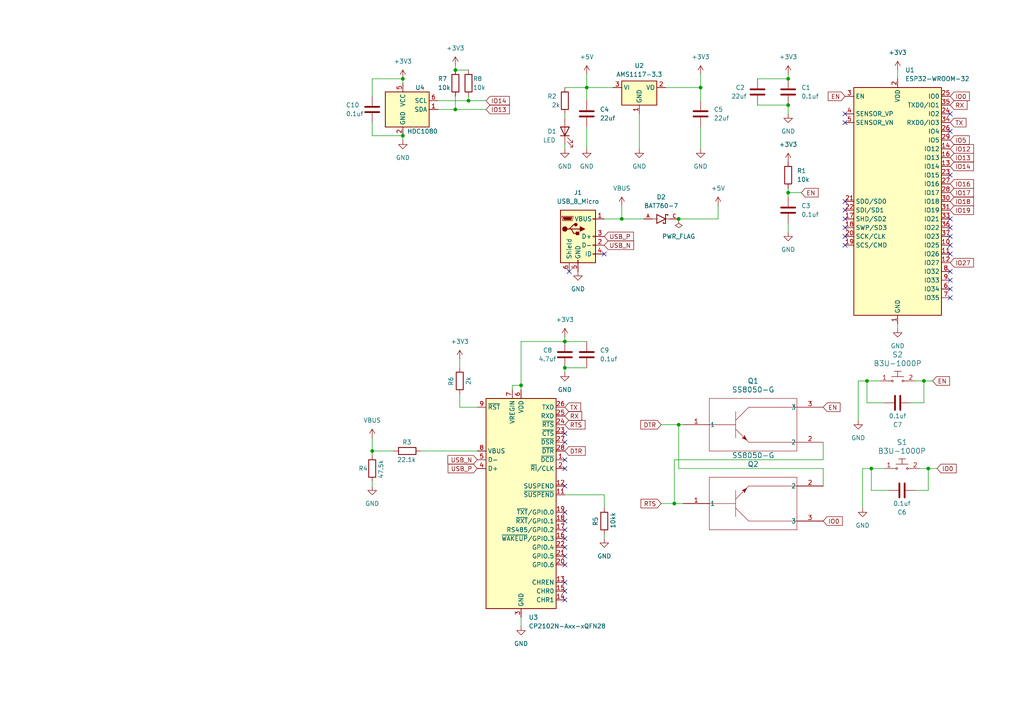
<source format=kicad_sch>
(kicad_sch (version 20230121) (generator eeschema)
  (paper "A4")
  (lib_symbols
    (symbol "2023-11-22_06-58-14:SS8050-G" (pin_names (offset 0.254))
      (property "Reference" "Q" (at 20.32 12.7 0))
      (property "Value" "SS8050-G" (at 20.32 10.16 0))
      (symbol "SS8050-G_0_1"
        (polyline (pts (xy 7.62 -7.62) (xy 33.02 -7.62)) (stroke (width 0.127)))
        (polyline (pts (xy 7.62 0) (xy 15.24 0)) (stroke (width 0.127)))
        (polyline (pts (xy 7.62 7.62) (xy 7.62 -7.62)) (stroke (width 0.127)))
        (polyline (pts (xy 15.24 -1.27) (xy 17.78 -3.81)) (stroke (width 0.127)))
        (polyline (pts (xy 15.24 1.27) (xy 19.05 5.08)) (stroke (width 0.127)))
        (polyline (pts (xy 15.24 3.81) (xy 15.24 -3.81)) (stroke (width 0.127)))
        (polyline (pts (xy 17.145 -3.81) (xy 18.415 -4.445)) (stroke (width 0.127)))
        (polyline (pts (xy 17.78 -3.81) (xy 17.145 -3.81)) (stroke (width 0.127)))
        (polyline (pts (xy 17.78 -3.175) (xy 17.78 -3.81)) (stroke (width 0.127)))
        (polyline (pts (xy 18.415 -4.445) (xy 17.78 -3.175)) (stroke (width 0.127)))
        (polyline (pts (xy 18.415 -4.445) (xy 19.05 -5.08)) (stroke (width 0.127)))
        (polyline (pts (xy 19.05 -5.08) (xy 33.02 -5.08)) (stroke (width 0.127)))
        (polyline (pts (xy 19.05 5.08) (xy 33.02 5.08)) (stroke (width 0.127)))
        (polyline (pts (xy 33.02 -7.62) (xy 33.02 7.62)) (stroke (width 0.127)))
        (polyline (pts (xy 33.02 7.62) (xy 7.62 7.62)) (stroke (width 0.127)))
        (polyline (pts (xy 17.145 -3.81) (xy 17.78 -3.81) (xy 17.78 -3.175) (xy 18.415 -4.445)) (fill (type outline)))
        (pin unspecified line (at 0 0 0) (length 7.62) (name "1") (number "1"))
        (pin unspecified line (at 40.64 -5.08 180) (length 7.62) (name "2") (number "2"))
        (pin unspecified line (at 40.64 5.08 180) (length 7.62) (name "3") (number "3"))
      )
    )
    (symbol "BAT760-7:BAT760-7" (pin_names (offset 1.016))
      (property "Reference" "D" (at -5.08 2.54 0))
      (property "Value" "BAT760-7" (at -5.08 -3.81 0))
      (symbol "BAT760-7_0_0"
        (polyline (pts (xy -2.54 0) (xy -1.27 0)) (stroke (width 0.1524)))
        (polyline (pts (xy -1.27 -1.27) (xy 1.27 0)) (stroke (width 0.254)))
        (polyline (pts (xy -1.27 0) (xy -1.27 -1.27)) (stroke (width 0.254)))
        (polyline (pts (xy -1.27 1.27) (xy -1.27 0)) (stroke (width 0.254)))
        (polyline (pts (xy 0.635 -1.016) (xy 0.635 -1.27)) (stroke (width 0.254)))
        (polyline (pts (xy 1.27 -1.27) (xy 0.635 -1.27)) (stroke (width 0.254)))
        (polyline (pts (xy 1.27 0) (xy -1.27 1.27)) (stroke (width 0.254)))
        (polyline (pts (xy 1.27 0) (xy 1.27 -1.27)) (stroke (width 0.254)))
        (polyline (pts (xy 1.27 1.27) (xy 1.27 0)) (stroke (width 0.254)))
        (polyline (pts (xy 1.905 1.27) (xy 1.27 1.27)) (stroke (width 0.254)))
        (polyline (pts (xy 1.905 1.27) (xy 1.905 1.016)) (stroke (width 0.254)))
        (polyline (pts (xy 2.54 0) (xy 1.27 0)) (stroke (width 0.1524)))
        (pin passive line (at -5.08 0 0) (length 2.54) (name "~") (number "A"))
        (pin passive line (at 5.08 0 180) (length 2.54) (name "~") (number "C"))
      )
    )
    (symbol "Connector:USB_B_Micro" (pin_names (offset 1.016))
      (property "Reference" "J" (at -5.08 11.43 0))
      (property "Value" "USB_B_Micro" (at -5.08 8.89 0))
      (symbol "USB_B_Micro_0_1"
        (rectangle (start -5.08 -7.62) (end 5.08 7.62) (stroke (width 0.254)) (fill (type background)))
        (circle (center -3.81 2.159) (radius 0.635) (stroke (width 0.254)) (fill (type outline)))
        (circle (center -0.635 3.429) (radius 0.381) (stroke (width 0.254)) (fill (type outline)))
        (rectangle (start -0.127 -7.62) (end 0.127 -6.858))
        (polyline (pts (xy -1.905 2.159) (xy 0.635 2.159)) (stroke (width 0.254)))
        (polyline (pts (xy -3.175 2.159) (xy -2.54 2.159) (xy -1.27 3.429) (xy -0.635 3.429)) (stroke (width 0.254)))
        (polyline (pts (xy -2.54 2.159) (xy -1.905 2.159) (xy -1.27 0.889) (xy 0 0.889)) (stroke (width 0.254)))
        (polyline (pts (xy 0.635 2.794) (xy 0.635 1.524) (xy 1.905 2.159) (xy 0.635 2.794)) (stroke (width 0.254)) (fill (type outline)))
        (polyline (pts (xy -4.318 5.588) (xy -1.778 5.588) (xy -2.032 4.826) (xy -4.064 4.826) (xy -4.318 5.588)) (fill (type outline)))
        (polyline (pts (xy -4.699 5.842) (xy -4.699 5.588) (xy -4.445 4.826) (xy -4.445 4.572) (xy -1.651 4.572) (xy -1.651 4.826) (xy -1.397 5.588) (xy -1.397 5.842) (xy -4.699 5.842)))
        (rectangle (start 0.254 1.27) (end -0.508 0.508) (stroke (width 0.254)) (fill (type outline)))
        (rectangle (start 5.08 -5.207) (end 4.318 -4.953))
        (rectangle (start 5.08 -2.667) (end 4.318 -2.413))
        (rectangle (start 5.08 -0.127) (end 4.318 0.127))
        (rectangle (start 5.08 4.953) (end 4.318 5.207))
      )
      (symbol "USB_B_Micro_1_1"
        (pin power_out line (at 7.62 5.08 180) (length 2.54) (name "VBUS") (number "1"))
        (pin bidirectional line (at 7.62 -2.54 180) (length 2.54) (name "D-") (number "2"))
        (pin bidirectional line (at 7.62 0 180) (length 2.54) (name "D+") (number "3"))
        (pin passive line (at 7.62 -5.08 180) (length 2.54) (name "ID") (number "4"))
        (pin power_out line (at 0 -10.16 90) (length 2.54) (name "GND") (number "5"))
        (pin passive line (at -2.54 -10.16 90) (length 2.54) (name "Shield") (number "6"))
      )
    )
    (symbol "Device:C" (pin_numbers hide) (pin_names (offset 0.254))
      (property "Reference" "C" (at 0.635 2.54 0))
      (property "Value" "C" (at 0.635 -2.54 0))
      (symbol "C_0_1"
        (polyline (pts (xy -2.032 -0.762) (xy 2.032 -0.762)) (stroke (width 0.508)))
        (polyline (pts (xy -2.032 0.762) (xy 2.032 0.762)) (stroke (width 0.508)))
      )
      (symbol "C_1_1"
        (pin passive line (at 0 3.81 270) (length 2.794) (name "~") (number "1"))
        (pin passive line (at 0 -3.81 90) (length 2.794) (name "~") (number "2"))
      )
    )
    (symbol "Device:LED" (pin_numbers hide) (pin_names (offset 1.016) hide)
      (property "Reference" "D" (at 0 2.54 0))
      (property "Value" "LED" (at 0 -2.54 0))
      (symbol "LED_0_1"
        (polyline (pts (xy -1.27 -1.27) (xy -1.27 1.27)) (stroke (width 0.254)))
        (polyline (pts (xy -1.27 0) (xy 1.27 0)))
        (polyline (pts (xy 1.27 -1.27) (xy 1.27 1.27) (xy -1.27 0) (xy 1.27 -1.27)) (stroke (width 0.254)))
        (polyline (pts (xy -3.048 -0.762) (xy -4.572 -2.286) (xy -3.81 -2.286) (xy -4.572 -2.286) (xy -4.572 -1.524)))
        (polyline (pts (xy -1.778 -0.762) (xy -3.302 -2.286) (xy -2.54 -2.286) (xy -3.302 -2.286) (xy -3.302 -1.524)))
      )
      (symbol "LED_1_1"
        (pin passive line (at -3.81 0 0) (length 2.54) (name "K") (number "1"))
        (pin passive line (at 3.81 0 180) (length 2.54) (name "A") (number "2"))
      )
    )
    (symbol "Device:R" (pin_numbers hide) (pin_names (offset 0))
      (property "Reference" "R" (at 2.032 0 90))
      (property "Value" "R" (at 0 0 90))
      (symbol "R_0_1"
        (rectangle (start -1.016 -2.54) (end 1.016 2.54) (stroke (width 0.254)))
      )
      (symbol "R_1_1"
        (pin passive line (at 0 3.81 270) (length 1.27) (name "~") (number "1"))
        (pin passive line (at 0 -3.81 90) (length 1.27) (name "~") (number "2"))
      )
    )
    (symbol "Interface_USB:CP2102N-Axx-xQFN28"
      (property "Reference" "U" (at -8.89 31.75 0))
      (property "Value" "CP2102N-Axx-xQFN28" (at 12.7 31.75 0))
      (symbol "CP2102N-Axx-xQFN28_0_1"
        (rectangle (start -10.16 30.48) (end 10.16 -30.48) (stroke (width 0.254)) (fill (type background)))
      )
      (symbol "CP2102N-Axx-xQFN28_1_1"
        (pin input line (at 12.7 12.7 180) (length 2.54) (name "~{DCD}") (number "1"))
        (pin no_connect line (at -10.16 -27.94 0) (length 2.54) hide (name "NC") (number "10"))
        (pin output line (at 12.7 2.54 180) (length 2.54) (name "~{SUSPEND}") (number "11"))
        (pin output line (at 12.7 5.08 180) (length 2.54) (name "SUSPEND") (number "12"))
        (pin output line (at 12.7 -22.86 180) (length 2.54) (name "CHREN") (number "13"))
        (pin output line (at 12.7 -27.94 180) (length 2.54) (name "CHR1") (number "14"))
        (pin output line (at 12.7 -25.4 180) (length 2.54) (name "CHR0") (number "15"))
        (pin bidirectional line (at 12.7 -10.16 180) (length 2.54) (name "~{WAKEUP}/GPIO.3") (number "16"))
        (pin bidirectional line (at 12.7 -7.62 180) (length 2.54) (name "RS485/GPIO.2") (number "17"))
        (pin bidirectional line (at 12.7 -5.08 180) (length 2.54) (name "~{RXT}/GPIO.1") (number "18"))
        (pin bidirectional line (at 12.7 -2.54 180) (length 2.54) (name "~{TXT}/GPIO.0") (number "19"))
        (pin bidirectional line (at 12.7 10.16 180) (length 2.54) (name "~{RI}/CLK") (number "2"))
        (pin bidirectional line (at 12.7 -17.78 180) (length 2.54) (name "GPIO.6") (number "20"))
        (pin bidirectional line (at 12.7 -15.24 180) (length 2.54) (name "GPIO.5") (number "21"))
        (pin bidirectional line (at 12.7 -12.7 180) (length 2.54) (name "GPIO.4") (number "22"))
        (pin input line (at 12.7 20.32 180) (length 2.54) (name "~{CTS}") (number "23"))
        (pin output line (at 12.7 22.86 180) (length 2.54) (name "~{RTS}") (number "24"))
        (pin input line (at 12.7 25.4 180) (length 2.54) (name "RXD") (number "25"))
        (pin output line (at 12.7 27.94 180) (length 2.54) (name "TXD") (number "26"))
        (pin input line (at 12.7 17.78 180) (length 2.54) (name "~{DSR}") (number "27"))
        (pin output line (at 12.7 15.24 180) (length 2.54) (name "~{DTR}") (number "28"))
        (pin passive line (at 0 -33.02 90) (length 2.54) hide (name "GND") (number "29"))
        (pin power_in line (at 0 -33.02 90) (length 2.54) (name "GND") (number "3"))
        (pin bidirectional line (at -12.7 10.16 0) (length 2.54) (name "D+") (number "4"))
        (pin bidirectional line (at -12.7 12.7 0) (length 2.54) (name "D-") (number "5"))
        (pin power_in line (at 0 33.02 270) (length 2.54) (name "VDD") (number "6"))
        (pin power_in line (at -2.54 33.02 270) (length 2.54) (name "VREGIN") (number "7"))
        (pin input line (at -12.7 15.24 0) (length 2.54) (name "VBUS") (number "8"))
        (pin input line (at -12.7 27.94 0) (length 2.54) (name "~{RST}") (number "9"))
      )
    )
    (symbol "RF_Module:ESP32-WROOM-32"
      (property "Reference" "U" (at -12.7 34.29 0))
      (property "Value" "ESP32-WROOM-32" (at 1.27 34.29 0))
      (symbol "ESP32-WROOM-32_0_1"
        (rectangle (start -12.7 33.02) (end 12.7 -33.02) (stroke (width 0.254)) (fill (type background)))
      )
      (symbol "ESP32-WROOM-32_1_1"
        (pin power_in line (at 0 -35.56 90) (length 2.54) (name "GND") (number "1"))
        (pin bidirectional line (at 15.24 -12.7 180) (length 2.54) (name "IO25") (number "10"))
        (pin bidirectional line (at 15.24 -15.24 180) (length 2.54) (name "IO26") (number "11"))
        (pin bidirectional line (at 15.24 -17.78 180) (length 2.54) (name "IO27") (number "12"))
        (pin bidirectional line (at 15.24 10.16 180) (length 2.54) (name "IO14") (number "13"))
        (pin bidirectional line (at 15.24 15.24 180) (length 2.54) (name "IO12") (number "14"))
        (pin passive line (at 0 -35.56 90) (length 2.54) hide (name "GND") (number "15"))
        (pin bidirectional line (at 15.24 12.7 180) (length 2.54) (name "IO13") (number "16"))
        (pin bidirectional line (at -15.24 -5.08 0) (length 2.54) (name "SHD/SD2") (number "17"))
        (pin bidirectional line (at -15.24 -7.62 0) (length 2.54) (name "SWP/SD3") (number "18"))
        (pin bidirectional line (at -15.24 -12.7 0) (length 2.54) (name "SCS/CMD") (number "19"))
        (pin power_in line (at 0 35.56 270) (length 2.54) (name "VDD") (number "2"))
        (pin bidirectional line (at -15.24 -10.16 0) (length 2.54) (name "SCK/CLK") (number "20"))
        (pin bidirectional line (at -15.24 0 0) (length 2.54) (name "SDO/SD0") (number "21"))
        (pin bidirectional line (at -15.24 -2.54 0) (length 2.54) (name "SDI/SD1") (number "22"))
        (pin bidirectional line (at 15.24 7.62 180) (length 2.54) (name "IO15") (number "23"))
        (pin bidirectional line (at 15.24 25.4 180) (length 2.54) (name "IO2") (number "24"))
        (pin bidirectional line (at 15.24 30.48 180) (length 2.54) (name "IO0") (number "25"))
        (pin bidirectional line (at 15.24 20.32 180) (length 2.54) (name "IO4") (number "26"))
        (pin bidirectional line (at 15.24 5.08 180) (length 2.54) (name "IO16") (number "27"))
        (pin bidirectional line (at 15.24 2.54 180) (length 2.54) (name "IO17") (number "28"))
        (pin bidirectional line (at 15.24 17.78 180) (length 2.54) (name "IO5") (number "29"))
        (pin input line (at -15.24 30.48 0) (length 2.54) (name "EN") (number "3"))
        (pin bidirectional line (at 15.24 0 180) (length 2.54) (name "IO18") (number "30"))
        (pin bidirectional line (at 15.24 -2.54 180) (length 2.54) (name "IO19") (number "31"))
        (pin no_connect line (at -12.7 -27.94 0) (length 2.54) hide (name "NC") (number "32"))
        (pin bidirectional line (at 15.24 -5.08 180) (length 2.54) (name "IO21") (number "33"))
        (pin bidirectional line (at 15.24 22.86 180) (length 2.54) (name "RXD0/IO3") (number "34"))
        (pin bidirectional line (at 15.24 27.94 180) (length 2.54) (name "TXD0/IO1") (number "35"))
        (pin bidirectional line (at 15.24 -7.62 180) (length 2.54) (name "IO22") (number "36"))
        (pin bidirectional line (at 15.24 -10.16 180) (length 2.54) (name "IO23") (number "37"))
        (pin passive line (at 0 -35.56 90) (length 2.54) hide (name "GND") (number "38"))
        (pin passive line (at 0 -35.56 90) (length 2.54) hide (name "GND") (number "39"))
        (pin input line (at -15.24 25.4 0) (length 2.54) (name "SENSOR_VP") (number "4"))
        (pin input line (at -15.24 22.86 0) (length 2.54) (name "SENSOR_VN") (number "5"))
        (pin input line (at 15.24 -25.4 180) (length 2.54) (name "IO34") (number "6"))
        (pin input line (at 15.24 -27.94 180) (length 2.54) (name "IO35") (number "7"))
        (pin bidirectional line (at 15.24 -20.32 180) (length 2.54) (name "IO32") (number "8"))
        (pin bidirectional line (at 15.24 -22.86 180) (length 2.54) (name "IO33") (number "9"))
      )
    )
    (symbol "Regulator_Linear:AMS1117-3.3"
      (property "Reference" "U" (at -3.81 3.175 0))
      (property "Value" "AMS1117-3.3" (at 0 3.175 0))
      (symbol "AMS1117-3.3_0_1"
        (rectangle (start -5.08 -5.08) (end 5.08 1.905) (stroke (width 0.254)) (fill (type background)))
      )
      (symbol "AMS1117-3.3_1_1"
        (pin power_in line (at 0 -7.62 90) (length 2.54) (name "GND") (number "1"))
        (pin power_out line (at 7.62 0 180) (length 2.54) (name "VO") (number "2"))
        (pin power_in line (at -7.62 0 0) (length 2.54) (name "VI") (number "3"))
      )
    )
    (symbol "Sensor_Humidity:HDC1080"
      (property "Reference" "U" (at -6.35 6.35 0))
      (property "Value" "HDC1080" (at 3.81 6.35 0))
      (symbol "HDC1080_0_1"
        (rectangle (start -7.62 5.08) (end 5.08 -5.08) (stroke (width 0.254)) (fill (type background)))
      )
      (symbol "HDC1080_1_1"
        (pin bidirectional line (at 7.62 0 180) (length 2.54) (name "SDA") (number "1"))
        (pin power_in line (at -2.54 -7.62 90) (length 2.54) (name "GND") (number "2"))
        (pin no_connect line (at -7.62 0 0) (length 2.54) hide (name "NC") (number "3"))
        (pin no_connect line (at -7.62 -2.54 0) (length 2.54) hide (name "NC") (number "4"))
        (pin power_in line (at -2.54 7.62 270) (length 2.54) (name "VCC") (number "5"))
        (pin input line (at 7.62 2.54 180) (length 2.54) (name "SCL") (number "6"))
        (pin no_connect line (at -7.62 2.54 0) (length 2.54) hide (name "DAP") (number "7"))
      )
    )
    (symbol "dk_Tactile-Switches:B3U-1000P" (pin_names (offset 1.016))
      (property "Reference" "S" (at 0 4.064 0))
      (property "Value" "B3U-1000P" (at 0 -2.54 0))
      (symbol "B3U-1000P_0_1"
        (circle (center -1.524 0) (radius 0.254))
        (polyline (pts (xy -2.54 0) (xy -1.778 0)))
        (polyline (pts (xy -1.778 1.27) (xy 1.778 1.27)))
        (polyline (pts (xy -1.016 2.794) (xy 1.016 2.794)))
        (polyline (pts (xy 0 1.27) (xy 0 2.794)))
        (polyline (pts (xy 2.54 0) (xy 1.778 0)))
        (circle (center 1.524 0) (radius 0.254))
      )
      (symbol "B3U-1000P_1_1"
        (pin passive line (at -5.08 0 0) (length 2.54) (name "~") (number "1"))
        (pin passive line (at 5.08 0 180) (length 2.54) (name "~") (number "2"))
      )
    )
    (symbol "power:+3V3" (power) (pin_names (offset 0))
      (property "Value" "+3V3" (at 0 3.556 0))
      (symbol "+3V3_0_1"
        (polyline (pts (xy -0.762 1.27) (xy 0 2.54)))
        (polyline (pts (xy 0 0) (xy 0 2.54)))
        (polyline (pts (xy 0 2.54) (xy 0.762 1.27)))
      )
      (symbol "+3V3_1_1"
        (pin power_in line (at 0 0 90) (length 0) hide (name "+3V3") (number "1"))
      )
    )
    (symbol "power:+5V" (power) (pin_names (offset 0))
      (property "Value" "+5V" (at 0 3.556 0))
      (symbol "+5V_0_1"
        (polyline (pts (xy -0.762 1.27) (xy 0 2.54)))
        (polyline (pts (xy 0 0) (xy 0 2.54)))
        (polyline (pts (xy 0 2.54) (xy 0.762 1.27)))
      )
      (symbol "+5V_1_1"
        (pin power_in line (at 0 0 90) (length 0) hide (name "+5V") (number "1"))
      )
    )
    (symbol "power:GND" (power) (pin_names (offset 0))
      (property "Value" "GND" (at 0 -3.81 0))
      (symbol "GND_0_1"
        (polyline (pts (xy 0 0) (xy 0 -1.27) (xy 1.27 -1.27) (xy 0 -2.54) (xy -1.27 -1.27) (xy 0 -1.27)))
      )
      (symbol "GND_1_1"
        (pin power_in line (at 0 0 270) (length 0) hide (name "GND") (number "1"))
      )
    )
    (symbol "power:PWR_FLAG" (power) (pin_numbers hide) (pin_names (offset 0) hide)
      (property "Value" "PWR_FLAG" (at 0 3.81 0))
      (symbol "PWR_FLAG_0_0"
        (pin power_out line (at 0 0 90) (length 0) (name "pwr") (number "1"))
      )
      (symbol "PWR_FLAG_0_1"
        (polyline (pts (xy 0 0) (xy 0 1.27) (xy -1.016 1.905) (xy 0 2.54) (xy 1.016 1.905) (xy 0 1.27)))
      )
    )
    (symbol "power:VBUS" (power) (pin_names (offset 0))
      (property "Value" "VBUS" (at 0 3.81 0))
      (symbol "VBUS_0_1"
        (polyline (pts (xy -0.762 1.27) (xy 0 2.54)))
        (polyline (pts (xy 0 0) (xy 0 2.54)))
        (polyline (pts (xy 0 2.54) (xy 0.762 1.27)))
      )
      (symbol "VBUS_1_1"
        (pin power_in line (at 0 0 90) (length 0) hide (name "VBUS") (number "1"))
      )
    )
  )
  (junction (at 228.6 55.88))
  (junction (at 116.84 39.37))
  (junction (at 267.97 110.49))
  (junction (at 252.73 135.89))
  (junction (at 116.84 22.86))
  (junction (at 163.83 99.06))
  (junction (at 180.34 63.5))
  (junction (at 132.08 31.75))
  (junction (at 269.24 135.89))
  (junction (at 251.46 110.49))
  (junction (at 151.13 111.76))
  (junction (at 107.95 130.81))
  (junction (at 196.85 63.5))
  (junction (at 203.2 25.4))
  (junction (at 196.85 123.19))
  (junction (at 195.58 146.05))
  (junction (at 228.6 30.48))
  (junction (at 135.89 29.21))
  (junction (at 170.18 25.4))
  (junction (at 228.6 22.86))
  (junction (at 132.08 20.32))
  (junction (at 163.83 106.68))
  (no_connect (at 245.11 58.42))
  (no_connect (at 245.11 35.56))
  (no_connect (at 275.59 38.1))
  (no_connect (at 163.83 161.29))
  (no_connect (at 163.83 168.91))
  (no_connect (at 163.83 163.83))
  (no_connect (at 275.59 71.12))
  (no_connect (at 245.11 33.02))
  (no_connect (at 175.26 73.66))
  (no_connect (at 245.11 60.96))
  (no_connect (at 163.83 125.73))
  (no_connect (at 163.83 171.45))
  (no_connect (at 245.11 68.58))
  (no_connect (at 275.59 83.82))
  (no_connect (at 163.83 135.89))
  (no_connect (at 275.59 50.8))
  (no_connect (at 163.83 148.59))
  (no_connect (at 163.83 153.67))
  (no_connect (at 245.11 66.04))
  (no_connect (at 275.59 33.02))
  (no_connect (at 275.59 66.04))
  (no_connect (at 165.1 78.74))
  (no_connect (at 163.83 133.35))
  (no_connect (at 163.83 173.99))
  (no_connect (at 163.83 156.21))
  (no_connect (at 275.59 78.74))
  (no_connect (at 275.59 68.58))
  (no_connect (at 245.11 71.12))
  (no_connect (at 275.59 86.36))
  (no_connect (at 275.59 63.5))
  (no_connect (at 275.59 73.66))
  (no_connect (at 163.83 158.75))
  (no_connect (at 163.83 128.27))
  (no_connect (at 245.11 63.5))
  (no_connect (at 163.83 151.13))
  (no_connect (at 275.59 81.28))
  (no_connect (at 163.83 140.97))
  (wire (pts (xy 121.92 130.81) (xy 138.43 130.81)))
  (wire (pts (xy 203.2 25.4) (xy 203.2 29.21)))
  (wire (pts (xy 251.46 110.49) (xy 248.92 110.49)))
  (wire (pts (xy 135.89 29.21) (xy 127 29.21)))
  (wire (pts (xy 177.8 25.4) (xy 170.18 25.4)))
  (wire (pts (xy 107.95 130.81) (xy 114.3 130.81)))
  (wire (pts (xy 175.26 63.5) (xy 180.34 63.5)))
  (wire (pts (xy 196.85 63.5) (xy 208.28 63.5)))
  (wire (pts (xy 170.18 36.83) (xy 170.18 43.18)))
  (wire (pts (xy 228.6 21.59) (xy 228.6 22.86)))
  (wire (pts (xy 135.89 27.94) (xy 135.89 29.21)))
  (wire (pts (xy 170.18 21.59) (xy 170.18 25.4)))
  (wire (pts (xy 260.35 20.32) (xy 260.35 22.86)))
  (wire (pts (xy 203.2 36.83) (xy 203.2 43.18)))
  (wire (pts (xy 185.42 33.02) (xy 185.42 43.18)))
  (wire (pts (xy 116.84 39.37) (xy 107.95 39.37)))
  (wire (pts (xy 132.08 19.05) (xy 132.08 20.32)))
  (wire (pts (xy 252.73 135.89) (xy 256.54 135.89)))
  (wire (pts (xy 228.6 54.61) (xy 228.6 55.88)))
  (wire (pts (xy 191.77 146.05) (xy 195.58 146.05)))
  (wire (pts (xy 163.83 34.29) (xy 163.83 33.02)))
  (wire (pts (xy 170.18 25.4) (xy 170.18 29.21)))
  (wire (pts (xy 132.08 31.75) (xy 127 31.75)))
  (wire (pts (xy 219.71 22.86) (xy 228.6 22.86)))
  (wire (pts (xy 163.83 43.18) (xy 163.83 41.91)))
  (wire (pts (xy 148.59 111.76) (xy 151.13 111.76)))
  (wire (pts (xy 238.76 128.27) (xy 238.76 133.35)))
  (wire (pts (xy 163.83 99.06) (xy 151.13 99.06)))
  (wire (pts (xy 132.08 27.94) (xy 132.08 31.75)))
  (wire (pts (xy 107.95 27.94) (xy 107.95 22.86)))
  (wire (pts (xy 238.76 135.89) (xy 238.76 140.97)))
  (wire (pts (xy 208.28 63.5) (xy 208.28 59.69)))
  (wire (pts (xy 266.7 135.89) (xy 269.24 135.89)))
  (wire (pts (xy 133.35 104.14) (xy 133.35 106.68)))
  (wire (pts (xy 170.18 25.4) (xy 163.83 25.4)))
  (wire (pts (xy 195.58 146.05) (xy 198.12 146.05)))
  (wire (pts (xy 175.26 154.94) (xy 175.26 156.21)))
  (wire (pts (xy 251.46 110.49) (xy 255.27 110.49)))
  (wire (pts (xy 116.84 22.86) (xy 116.84 24.13)))
  (wire (pts (xy 228.6 55.88) (xy 228.6 57.15)))
  (wire (pts (xy 191.77 123.19) (xy 196.85 123.19)))
  (wire (pts (xy 195.58 133.35) (xy 238.76 133.35)))
  (wire (pts (xy 265.43 110.49) (xy 267.97 110.49)))
  (wire (pts (xy 140.97 31.75) (xy 132.08 31.75)))
  (wire (pts (xy 180.34 63.5) (xy 186.69 63.5)))
  (wire (pts (xy 193.04 25.4) (xy 203.2 25.4)))
  (wire (pts (xy 250.19 135.89) (xy 250.19 147.32)))
  (wire (pts (xy 267.97 110.49) (xy 267.97 116.84)))
  (wire (pts (xy 195.58 146.05) (xy 195.58 133.35)))
  (wire (pts (xy 107.95 39.37) (xy 107.95 35.56)))
  (wire (pts (xy 180.34 59.69) (xy 180.34 63.5)))
  (wire (pts (xy 269.24 142.24) (xy 265.43 142.24)))
  (wire (pts (xy 252.73 142.24) (xy 252.73 135.89)))
  (wire (pts (xy 133.35 118.11) (xy 138.43 118.11)))
  (wire (pts (xy 163.83 106.68) (xy 170.18 106.68)))
  (wire (pts (xy 248.92 110.49) (xy 248.92 121.92)))
  (wire (pts (xy 196.85 123.19) (xy 196.85 135.89)))
  (wire (pts (xy 107.95 127) (xy 107.95 130.81)))
  (wire (pts (xy 219.71 30.48) (xy 228.6 30.48)))
  (wire (pts (xy 228.6 64.77) (xy 228.6 67.31)))
  (wire (pts (xy 116.84 39.37) (xy 116.84 40.64)))
  (wire (pts (xy 260.35 93.98) (xy 260.35 95.25)))
  (wire (pts (xy 148.59 111.76) (xy 148.59 113.03)))
  (wire (pts (xy 228.6 55.88) (xy 232.41 55.88)))
  (wire (pts (xy 151.13 111.76) (xy 151.13 113.03)))
  (wire (pts (xy 151.13 179.07) (xy 151.13 181.61)))
  (wire (pts (xy 163.83 99.06) (xy 170.18 99.06)))
  (wire (pts (xy 256.54 116.84) (xy 251.46 116.84)))
  (wire (pts (xy 269.24 135.89) (xy 269.24 142.24)))
  (wire (pts (xy 203.2 21.59) (xy 203.2 25.4)))
  (wire (pts (xy 251.46 116.84) (xy 251.46 110.49)))
  (wire (pts (xy 163.83 97.79) (xy 163.83 99.06)))
  (wire (pts (xy 269.24 135.89) (xy 271.78 135.89)))
  (wire (pts (xy 107.95 22.86) (xy 116.84 22.86)))
  (wire (pts (xy 151.13 99.06) (xy 151.13 111.76)))
  (wire (pts (xy 132.08 20.32) (xy 135.89 20.32)))
  (wire (pts (xy 107.95 139.7) (xy 107.95 140.97)))
  (wire (pts (xy 175.26 143.51) (xy 175.26 147.32)))
  (wire (pts (xy 257.81 142.24) (xy 252.73 142.24)))
  (wire (pts (xy 163.83 106.68) (xy 163.83 107.95)))
  (wire (pts (xy 107.95 130.81) (xy 107.95 132.08)))
  (wire (pts (xy 140.97 29.21) (xy 135.89 29.21)))
  (wire (pts (xy 196.85 135.89) (xy 238.76 135.89)))
  (wire (pts (xy 196.85 123.19) (xy 198.12 123.19)))
  (wire (pts (xy 228.6 30.48) (xy 228.6 33.02)))
  (wire (pts (xy 267.97 110.49) (xy 270.51 110.49)))
  (wire (pts (xy 163.83 143.51) (xy 175.26 143.51)))
  (wire (pts (xy 267.97 116.84) (xy 264.16 116.84)))
  (wire (pts (xy 252.73 135.89) (xy 250.19 135.89)))
  (wire (pts (xy 133.35 114.3) (xy 133.35 118.11)))
  (global_label "RX" (shape input) (at 163.83 120.65 0) (property "Intersheetrefs" "${INTERSHEET_REFS}" (effects hide)))
  (global_label "USB_N" (shape input) (at 175.26 71.12 0) (property "Intersheetrefs" "${INTERSHEET_REFS}" (effects hide)))
  (global_label "IO0" (shape input) (at 275.59 27.94 0) (property "Intersheetrefs" "${INTERSHEET_REFS}" (effects hide)))
  (global_label "EN" (shape input) (at 270.51 110.49 0) (property "Intersheetrefs" "${INTERSHEET_REFS}" (effects hide)))
  (global_label "IO18" (shape input) (at 275.59 58.42 0) (property "Intersheetrefs" "${INTERSHEET_REFS}" (effects hide)))
  (global_label "IO0" (shape input) (at 238.76 151.13 0) (property "Intersheetrefs" "${INTERSHEET_REFS}" (effects hide)))
  (global_label "IO17" (shape input) (at 275.59 55.88 0) (property "Intersheetrefs" "${INTERSHEET_REFS}" (effects hide)))
  (global_label "DTR" (shape input) (at 163.83 130.81 0) (property "Intersheetrefs" "${INTERSHEET_REFS}" (effects hide)))
  (global_label "IO14" (shape input) (at 140.97 29.21 0) (property "Intersheetrefs" "${INTERSHEET_REFS}" (effects hide)))
  (global_label "IO5" (shape input) (at 275.59 40.64 0) (property "Intersheetrefs" "${INTERSHEET_REFS}" (effects hide)))
  (global_label "TX" (shape input) (at 163.83 118.11 0) (property "Intersheetrefs" "${INTERSHEET_REFS}" (effects hide)))
  (global_label "IO13" (shape input) (at 140.97 31.75 0) (property "Intersheetrefs" "${INTERSHEET_REFS}" (effects hide)))
  (global_label "IO27" (shape input) (at 275.59 76.2 0) (property "Intersheetrefs" "${INTERSHEET_REFS}" (effects hide)))
  (global_label "USB_P" (shape input) (at 138.43 135.89 180) (property "Intersheetrefs" "${INTERSHEET_REFS}" (effects hide)))
  (global_label "IO12" (shape input) (at 275.59 43.18 0) (property "Intersheetrefs" "${INTERSHEET_REFS}" (effects hide)))
  (global_label "IO16" (shape input) (at 275.59 53.34 0) (property "Intersheetrefs" "${INTERSHEET_REFS}" (effects hide)))
  (global_label "RX" (shape input) (at 275.59 30.48 0) (property "Intersheetrefs" "${INTERSHEET_REFS}" (effects hide)))
  (global_label "EN" (shape input) (at 238.76 118.11 0) (property "Intersheetrefs" "${INTERSHEET_REFS}" (effects hide)))
  (global_label "RTS" (shape input) (at 191.77 146.05 180) (property "Intersheetrefs" "${INTERSHEET_REFS}" (effects hide)))
  (global_label "TX" (shape input) (at 275.59 35.56 0) (property "Intersheetrefs" "${INTERSHEET_REFS}" (effects hide)))
  (global_label "IO13" (shape input) (at 275.59 45.72 0) (property "Intersheetrefs" "${INTERSHEET_REFS}" (effects hide)))
  (global_label "RTS" (shape input) (at 163.83 123.19 0) (property "Intersheetrefs" "${INTERSHEET_REFS}" (effects hide)))
  (global_label "IO14" (shape input) (at 275.59 48.26 0) (property "Intersheetrefs" "${INTERSHEET_REFS}" (effects hide)))
  (global_label "DTR" (shape input) (at 191.77 123.19 180) (property "Intersheetrefs" "${INTERSHEET_REFS}" (effects hide)))
  (global_label "EN" (shape input) (at 232.41 55.88 0) (property "Intersheetrefs" "${INTERSHEET_REFS}" (effects hide)))
  (global_label "IO19" (shape input) (at 275.59 60.96 0) (property "Intersheetrefs" "${INTERSHEET_REFS}" (effects hide)))
  (global_label "USB_N" (shape input) (at 138.43 133.35 180) (property "Intersheetrefs" "${INTERSHEET_REFS}" (effects hide)))
  (global_label "IO0" (shape input) (at 271.78 135.89 0) (property "Intersheetrefs" "${INTERSHEET_REFS}" (effects hide)))
  (global_label "EN" (shape input) (at 245.11 27.94 180) (property "Intersheetrefs" "${INTERSHEET_REFS}" (effects hide)))
  (global_label "USB_P" (shape input) (at 175.26 68.58 0) (property "Intersheetrefs" "${INTERSHEET_REFS}" (effects hide)))
  (symbol (lib_id "power:+3V3") (at 203.2 21.59 0) (unit 1)
    (property "Reference" "#PWR011" (effects hide))
    (property "Value" "+3V3" (at 203.2 16.51 0))
  )
  (symbol (lib_id "Device:R") (at 228.6 50.8 0) (unit 1)
    (property "Reference" "R1" (at 231.14 49.53 0) (effects (justify left)))
    (property "Value" "10k" (at 231.14 52.07 0) (effects (justify left)))
    (property "Footprint" "Resistor_SMD:R_0402_1005Metric" (effects hide))
  )
  (symbol (lib_id "Device:C") (at 261.62 142.24 90) (unit 1)
    (property "Reference" "C6" (at 261.62 148.59 90))
    (property "Value" "0.1uf" (at 261.62 146.05 90))
    (property "Footprint" "Capacitor_SMD:C_0402_1005Metric" (effects hide))
  )
  (symbol (lib_id "2023-11-22_06-58-14:SS8050-G") (at 198.12 123.19 0) (unit 1)
    (property "Reference" "Q1" (at 218.44 110.49 0) (effects (font (size 1.524 1.524))))
    (property "Value" "SS8050-G" (at 218.44 113.03 0) (effects (font (size 1.524 1.524))))
    (property "Footprint" "footprints:TRAN_SS8050-G_CIP" (effects hide))
    (property "Datasheet" "SS8050-G" (effects hide))
  )
  (symbol (lib_id "power:+3V3") (at 163.83 97.79 0) (unit 1)
    (property "Reference" "#PWR016" (effects hide))
    (property "Value" "+3V3" (at 163.83 92.71 0))
  )
  (symbol (lib_id "Device:C") (at 163.83 102.87 0) (unit 1)
    (property "Reference" "C8" (at 157.48 101.6 0) (effects (justify left)))
    (property "Value" "4.7uf" (at 156.21 104.14 0) (effects (justify left)))
    (property "Footprint" "Capacitor_SMD:C_0402_1005Metric" (effects hide))
  )
  (symbol (lib_id "power:GND") (at 107.95 140.97 0) (unit 1)
    (property "Reference" "#PWR018" (effects hide))
    (property "Value" "GND" (at 107.95 146.05 0))
  )
  (symbol (lib_id "power:+3V3") (at 260.35 20.32 0) (unit 1)
    (property "Reference" "#PWR02" (effects hide))
    (property "Value" "+3V3" (at 260.35 15.24 0))
  )
  (symbol (lib_id "power:+3V3") (at 116.84 22.86 0) (unit 1)
    (property "Reference" "#PWR025" (effects hide))
    (property "Value" "+3V3" (at 116.84 17.78 0))
  )
  (symbol (lib_id "power:GND") (at 203.2 43.18 0) (unit 1)
    (property "Reference" "#PWR08" (effects hide))
    (property "Value" "GND" (at 203.2 48.26 0))
  )
  (symbol (lib_id "dk_Tactile-Switches:B3U-1000P") (at 260.35 110.49 0) (unit 1)
    (property "Reference" "S2" (at 260.35 102.87 0) (effects (font (size 1.524 1.524))))
    (property "Value" "B3U-1000P" (at 260.35 105.41 0) (effects (font (size 1.524 1.524))))
    (property "Footprint" "Button_Switch_SMD:SW_Push_1P1T_XKB_TS-1187A" (effects hide))
    (property "Datasheet" "https://omronfs.omron.com/en_US/ecb/products/pdf/en-b3u.pdf" (effects hide))
    (property "Digi-Key_PN" "SW1020CT-ND" (effects hide))
    (property "MPN" "B3U-1000P" (effects hide))
    (property "Category" "Switches" (effects hide))
    (property "Family" "Tactile Switches" (effects hide))
    (property "DK_Datasheet_Link" "https://omronfs.omron.com/en_US/ecb/products/pdf/en-b3u.pdf" (effects hide))
    (property "DK_Detail_Page" "/product-detail/en/omron-electronics-inc-emc-div/B3U-1000P/SW1020CT-ND/1534357" (effects hide))
    (property "Description" "SWITCH TACTILE SPST-NO 0.05A 12V" (effects hide))
    (property "Manufacturer" "Omron Electronics Inc-EMC Div" (effects hide))
    (property "Status" "Active" (effects hide))
  )
  (symbol (lib_id "Device:R") (at 118.11 130.81 90) (unit 1)
    (property "Reference" "R3" (at 119.38 128.27 90) (effects (justify left)))
    (property "Value" "22.1k" (at 120.65 133.35 90) (effects (justify left)))
    (property "Footprint" "Resistor_SMD:R_0402_1005Metric" (effects hide))
  )
  (symbol (lib_id "Device:C") (at 219.71 26.67 0) (unit 1)
    (property "Reference" "C2" (at 213.36 25.4 0) (effects (justify left)))
    (property "Value" "22uf" (at 212.09 27.94 0) (effects (justify left)))
    (property "Footprint" "Capacitor_SMD:C_0603_1608Metric" (effects hide))
  )
  (symbol (lib_id "power:VBUS") (at 180.34 59.69 0) (unit 1)
    (property "Reference" "#PWR024" (effects hide))
    (property "Value" "VBUS" (at 180.34 54.61 0))
  )
  (symbol (lib_id "Regulator_Linear:AMS1117-3.3") (at 185.42 25.4 0) (unit 1)
    (property "Reference" "U2" (at 185.42 19.05 0))
    (property "Value" "AMS1117-3.3" (at 185.42 21.59 0))
    (property "Footprint" "Package_TO_SOT_SMD:SOT-223-3_TabPin2" (effects hide))
    (property "Datasheet" "http://www.advanced-monolithic.com/pdf/ds1117.pdf" (effects hide))
  )
  (symbol (lib_id "power:GND") (at 260.35 95.25 0) (unit 1)
    (property "Reference" "#PWR01" (effects hide))
    (property "Value" "GND" (at 260.35 100.33 0))
  )
  (symbol (lib_id "Device:R") (at 133.35 110.49 180) (unit 1)
    (property "Reference" "R6" (at 130.81 109.22 90) (effects (justify left)))
    (property "Value" "2k" (at 135.89 109.22 90) (effects (justify left)))
    (property "Footprint" "Resistor_SMD:R_0402_1005Metric" (effects hide))
  )
  (symbol (lib_id "power:GND") (at 170.18 43.18 0) (unit 1)
    (property "Reference" "#PWR09" (effects hide))
    (property "Value" "GND" (at 170.18 48.26 0))
  )
  (symbol (lib_id "Device:LED") (at 163.83 38.1 90) (unit 1)
    (property "Reference" "D1" (at 158.75 38.1 90) (effects (justify right)))
    (property "Value" "LED" (at 157.48 40.64 90) (effects (justify right)))
    (property "Footprint" "LED_SMD:LED_0603_1608Metric" (effects hide))
  )
  (symbol (lib_id "power:GND") (at 167.64 78.74 0) (unit 1)
    (property "Reference" "#PWR022" (effects hide))
    (property "Value" "GND" (at 167.64 83.82 0))
  )
  (symbol (lib_id "Device:C") (at 203.2 33.02 0) (unit 1)
    (property "Reference" "C5" (at 207.01 31.75 0) (effects (justify left)))
    (property "Value" "22uf" (at 207.01 34.29 0) (effects (justify left)))
    (property "Footprint" "Capacitor_SMD:C_0603_1608Metric" (effects hide))
  )
  (symbol (lib_id "power:GND") (at 116.84 40.64 0) (unit 1)
    (property "Reference" "#PWR026" (effects hide))
    (property "Value" "GND" (at 116.84 45.72 0))
  )
  (symbol (lib_id "BAT760-7:BAT760-7") (at 191.77 63.5 0) (unit 1)
    (property "Reference" "D2" (at 191.77 57.15 0))
    (property "Value" "BAT760-7" (at 191.77 59.69 0))
    (property "Footprint" "BAT760_7 (2):SOD2513X120N" (effects hide))
    (property "PARTREV" "9-2" (effects hide))
    (property "MANUFACTURER" "DIODES" (effects hide))
    (property "MAXIMUM_PACKAGE_HEIGHT" "1.20mm" (effects hide))
    (property "STANDARD" "IPC-7351B" (effects hide))
  )
  (symbol (lib_id "RF_Module:ESP32-WROOM-32") (at 260.35 58.42 0) (unit 1)
    (property "Reference" "U1" (at 262.5441 20.32 0) (effects (justify left)))
    (property "Value" "ESP32-WROOM-32" (at 262.5441 22.86 0) (effects (justify left)))
    (property "Footprint" "RF_Module:ESP32-WROOM-32" (effects hide))
    (property "Datasheet" "https://www.espressif.com/sites/default/files/documentation/esp32-wroom-32_datasheet_en.pdf" (effects hide))
  )
  (symbol (lib_id "power:+3V3") (at 228.6 46.99 0) (unit 1)
    (property "Reference" "#PWR05" (effects hide))
    (property "Value" "+3V3" (at 228.6 41.91 0))
  )
  (symbol (lib_id "Connector:USB_B_Micro") (at 167.64 68.58 0) (unit 1)
    (property "Reference" "J1" (at 167.64 55.88 0))
    (property "Value" "USB_B_Micro" (at 167.64 58.42 0))
    (property "Footprint" "Connector_USB:USB_Micro-B_Molex_47346-0001" (effects hide))
  )
  (symbol (lib_id "power:+3V3") (at 133.35 104.14 0) (unit 1)
    (property "Reference" "#PWR021" (effects hide))
    (property "Value" "+3V3" (at 133.35 99.06 0))
  )
  (symbol (lib_id "power:+3V3") (at 228.6 21.59 0) (unit 1)
    (property "Reference" "#PWR03" (effects hide))
    (property "Value" "+3V3" (at 228.6 16.51 0))
  )
  (symbol (lib_id "Device:R") (at 163.83 29.21 0) (unit 1)
    (property "Reference" "R2" (at 158.75 27.94 0) (effects (justify left)))
    (property "Value" "2k" (at 160.02 30.48 0) (effects (justify left)))
    (property "Footprint" "Resistor_SMD:R_0402_1005Metric" (effects hide))
  )
  (symbol (lib_id "power:GND") (at 163.83 107.95 0) (unit 1)
    (property "Reference" "#PWR017" (effects hide))
    (property "Value" "GND" (at 163.83 113.03 0))
  )
  (symbol (lib_id "dk_Tactile-Switches:B3U-1000P") (at 261.62 135.89 0) (unit 1)
    (property "Reference" "S1" (at 261.62 128.27 0) (effects (font (size 1.524 1.524))))
    (property "Value" "B3U-1000P" (at 261.62 130.81 0) (effects (font (size 1.524 1.524))))
    (property "Footprint" "Button_Switch_SMD:SW_Push_1P1T_XKB_TS-1187A" (effects hide))
    (property "Datasheet" "https://omronfs.omron.com/en_US/ecb/products/pdf/en-b3u.pdf" (effects hide))
    (property "Digi-Key_PN" "SW1020CT-ND" (effects hide))
    (property "MPN" "B3U-1000P" (effects hide))
    (property "Category" "Switches" (effects hide))
    (property "Family" "Tactile Switches" (effects hide))
    (property "DK_Datasheet_Link" "https://omronfs.omron.com/en_US/ecb/products/pdf/en-b3u.pdf" (effects hide))
    (property "DK_Detail_Page" "/product-detail/en/omron-electronics-inc-emc-div/B3U-1000P/SW1020CT-ND/1534357" (effects hide))
    (property "Description" "SWITCH TACTILE SPST-NO 0.05A 12V" (effects hide))
    (property "Manufacturer" "Omron Electronics Inc-EMC Div" (effects hide))
    (property "Status" "Active" (effects hide))
  )
  (symbol (lib_id "Sensor_Humidity:HDC1080") (at 119.38 31.75 0) (unit 1)
    (property "Reference" "U4" (at 123.19 25.4 0) (effects (justify right)))
    (property "Value" "HDC1080" (at 127 38.1 0) (effects (justify right)))
    (property "Footprint" "Package_SON:Texas_PWSON-N6" (effects hide))
    (property "Datasheet" "http://www.ti.com/lit/ds/symlink/hdc1080.pdf" (effects hide))
  )
  (symbol (lib_id "power:GND") (at 250.19 147.32 0) (unit 1)
    (property "Reference" "#PWR013" (effects hide))
    (property "Value" "GND" (at 250.19 152.4 0))
  )
  (symbol (lib_id "Device:R") (at 132.08 24.13 0) (unit 1)
    (property "Reference" "R7" (at 127 22.86 0) (effects (justify left)))
    (property "Value" "10k" (at 127 25.4 0) (effects (justify left)))
    (property "Footprint" "Resistor_SMD:R_0402_1005Metric" (effects hide))
  )
  (symbol (lib_id "Interface_USB:CP2102N-Axx-xQFN28") (at 151.13 146.05 0) (unit 1)
    (property "Reference" "U3" (at 153.3241 179.07 0) (effects (justify left)))
    (property "Value" "CP2102N-Axx-xQFN28" (at 153.3241 181.61 0) (effects (justify left)))
    (property "Footprint" "Package_DFN_QFN:QFN-28-1EP_5x5mm_P0.5mm_EP3.35x3.35mm" (effects hide))
    (property "Datasheet" "https://www.silabs.com/documents/public/data-sheets/cp2102n-datasheet.pdf" (effects hide))
  )
  (symbol (lib_id "Device:C") (at 228.6 26.67 0) (unit 1)
    (property "Reference" "C1" (at 232.41 25.4 0) (effects (justify left)))
    (property "Value" "0.1uf" (at 232.41 27.94 0) (effects (justify left)))
    (property "Footprint" "Capacitor_SMD:C_0402_1005Metric" (effects hide))
  )
  (symbol (lib_id "power:+5V") (at 170.18 21.59 0) (unit 1)
    (property "Reference" "#PWR012" (effects hide))
    (property "Value" "+5V" (at 170.18 16.51 0))
  )
  (symbol (lib_id "power:GND") (at 185.42 43.18 0) (unit 1)
    (property "Reference" "#PWR07" (effects hide))
    (property "Value" "GND" (at 185.42 48.26 0))
  )
  (symbol (lib_id "Device:C") (at 170.18 102.87 0) (unit 1)
    (property "Reference" "C9" (at 173.99 101.6 0) (effects (justify left)))
    (property "Value" "0.1uf" (at 173.99 104.14 0) (effects (justify left)))
    (property "Footprint" "Capacitor_SMD:C_0402_1005Metric" (effects hide))
  )
  (symbol (lib_id "2023-11-22_06-58-14:SS8050-G") (at 198.12 146.05 0) (mirror x) (unit 1)
    (property "Reference" "Q2" (at 218.44 134.62 0) (effects (font (size 1.524 1.524))))
    (property "Value" "SS8050-G" (at 218.44 132.08 0) (effects (font (size 1.524 1.524))))
    (property "Footprint" "footprints:TRAN_SS8050-G_CIP" (effects hide))
    (property "Datasheet" "SS8050-G" (effects hide))
  )
  (symbol (lib_id "Device:C") (at 170.18 33.02 0) (unit 1)
    (property "Reference" "C4" (at 173.99 31.75 0) (effects (justify left)))
    (property "Value" "22uf" (at 173.99 34.29 0) (effects (justify left)))
    (property "Footprint" "Capacitor_SMD:C_0603_1608Metric" (effects hide))
  )
  (symbol (lib_id "power:GND") (at 151.13 181.61 0) (unit 1)
    (property "Reference" "#PWR020" (effects hide))
    (property "Value" "GND" (at 151.13 186.69 0))
  )
  (symbol (lib_id "power:VBUS") (at 107.95 127 0) (unit 1)
    (property "Reference" "#PWR015" (effects hide))
    (property "Value" "VBUS" (at 107.95 121.92 0))
  )
  (symbol (lib_id "Device:R") (at 107.95 135.89 180) (unit 1)
    (property "Reference" "R4" (at 106.68 135.89 0) (effects (justify left)))
    (property "Value" "47.5k" (at 110.49 133.35 90) (effects (justify left)))
    (property "Footprint" "Resistor_SMD:R_0402_1005Metric" (effects hide))
  )
  (symbol (lib_id "Device:R") (at 175.26 151.13 180) (unit 1)
    (property "Reference" "R5" (at 172.72 149.86 90) (effects (justify left)))
    (property "Value" "10kk" (at 177.8 148.59 90) (effects (justify left)))
    (property "Footprint" "Resistor_SMD:R_0402_1005Metric" (effects hide))
  )
  (symbol (lib_id "Device:R") (at 135.89 24.13 0) (unit 1)
    (property "Reference" "R8" (at 137.16 22.86 0) (effects (justify left)))
    (property "Value" "10k" (at 137.16 25.4 0) (effects (justify left)))
    (property "Footprint" "Resistor_SMD:R_0402_1005Metric" (effects hide))
  )
  (symbol (lib_id "Device:C") (at 260.35 116.84 90) (unit 1)
    (property "Reference" "C7" (at 260.35 123.19 90))
    (property "Value" "0.1uf" (at 260.35 120.65 90))
    (property "Footprint" "Capacitor_SMD:C_0402_1005Metric" (effects hide))
  )
  (symbol (lib_id "power:GND") (at 175.26 156.21 0) (unit 1)
    (property "Reference" "#PWR019" (effects hide))
    (property "Value" "GND" (at 175.26 161.29 0))
  )
  (symbol (lib_id "power:PWR_FLAG") (at 196.85 63.5 180) (unit 1)
    (property "Reference" "#FLG01" (effects hide))
    (property "Value" "PWR_FLAG" (at 196.85 68.58 0))
  )
  (symbol (lib_id "power:GND") (at 228.6 67.31 0) (unit 1)
    (property "Reference" "#PWR06" (effects hide))
    (property "Value" "GND" (at 228.6 72.39 0))
  )
  (symbol (lib_id "power:+3V3") (at 132.08 19.05 0) (unit 1)
    (property "Reference" "#PWR027" (effects hide))
    (property "Value" "+3V3" (at 132.08 13.97 0))
  )
  (symbol (lib_id "Device:C") (at 228.6 60.96 0) (unit 1)
    (property "Reference" "C3" (at 232.41 59.69 0) (effects (justify left)))
    (property "Value" "0.1uf" (at 232.41 62.23 0) (effects (justify left)))
    (property "Footprint" "Capacitor_SMD:C_0402_1005Metric" (effects hide))
  )
  (symbol (lib_id "power:GND") (at 228.6 33.02 0) (unit 1)
    (property "Reference" "#PWR04" (effects hide))
    (property "Value" "GND" (at 228.6 38.1 0))
  )
  (symbol (lib_id "Device:C") (at 107.95 31.75 0) (unit 1)
    (property "Reference" "C10" (at 100.33 30.48 0) (effects (justify left)))
    (property "Value" "0.1uf" (at 100.33 33.02 0) (effects (justify left)))
    (property "Footprint" "Capacitor_SMD:C_0402_1005Metric" (effects hide))
  )
  (symbol (lib_id "power:+5V") (at 208.28 59.69 0) (unit 1)
    (property "Reference" "#PWR023" (effects hide))
    (property "Value" "+5V" (at 208.28 54.61 0))
  )
  (symbol (lib_id "power:GND") (at 163.83 43.18 0) (unit 1)
    (property "Reference" "#PWR010" (effects hide))
    (property "Value" "GND" (at 163.83 48.26 0))
  )
  (symbol (lib_id "power:GND") (at 248.92 121.92 0) (unit 1)
    (property "Reference" "#PWR014" (effects hide))
    (property "Value" "GND" (at 248.92 127 0))
  )
)
</source>
